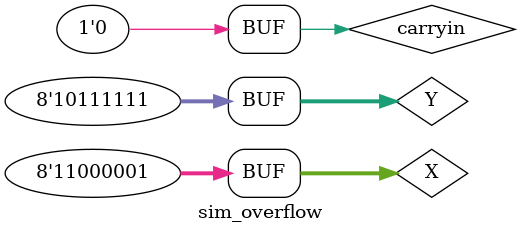
<source format=v>
`timescale 1ns / 1ps

module overflow (carryin, X, Y, S, carryout, overflow);
  parameter n = 8;  
  input carryin;
  input [n-1:0] X, Y;
  output reg [n-1:0] S;
  output reg carryout, overflow;

  always @(X, Y, carryin)

  begin

  S = X + Y + carryin;

  carryout = (X[n-1] & Y[n-1]) | (X[n-1] & ~S[n-1]) | (Y[n-1] & ~S[n-1]);

  overflow = (X[n-1] & Y[n-1] & ~S[n-1]) | (~X[n-1] & ~Y[n-1] & S[n-1]);

  end

  endmodule


//Simulation
`timescale 1ns / 1ps
module sim_overflow;

  parameter n = 8;  
  reg carryin;
  reg [n-1:0] X, Y;
  wire [n-1:0] S;
  wire carryout, overflow;
 overflow uut(carryin, X, Y, S, carryout, overflow);
 
 initial 
 begin
 carryin =0;
  X =0;
  Y = 0;
  #1 X = 64; Y = 64;
  #1 X= 127; Y = -1;
  #1 X = -128; Y = 2;
  #1 X= -63; Y = -65;
 end 
endmodule

</source>
